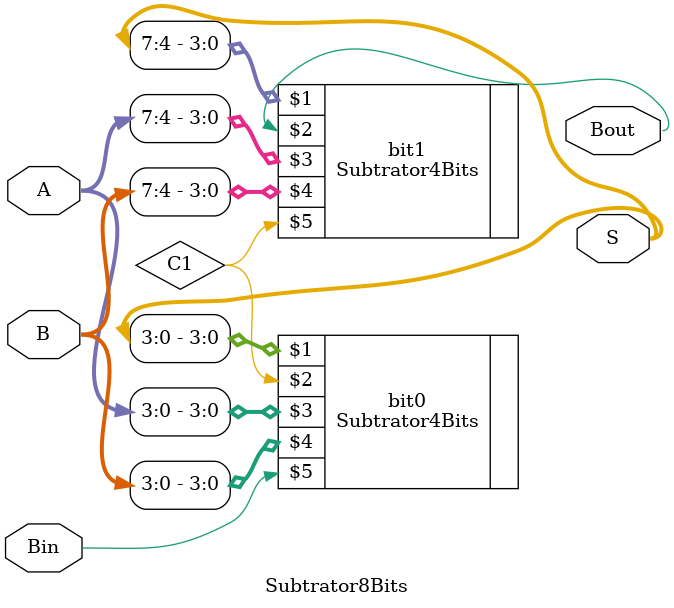
<source format=v>
module Subtrator8Bits(S, Bout, A, B, Bin);
    input [7:0] A, B;    // Array de inputs
    input Bin;            // Borrow-in  (Entrada)
    output [7:0] S;      // Resultado da soma
    output Bout;          // Borrow-out (Saída)

    wire C1;  // Carry que vai para o somador de 4 bits superior

    Subtrator4Bits bit0(S[3:0], C1, A[3:0], B[3:0], Bin); 
    Subtrator4Bits bit1(S[7:4], Bout, A[7:4], B[7:4], C1);
endmodule
</source>
